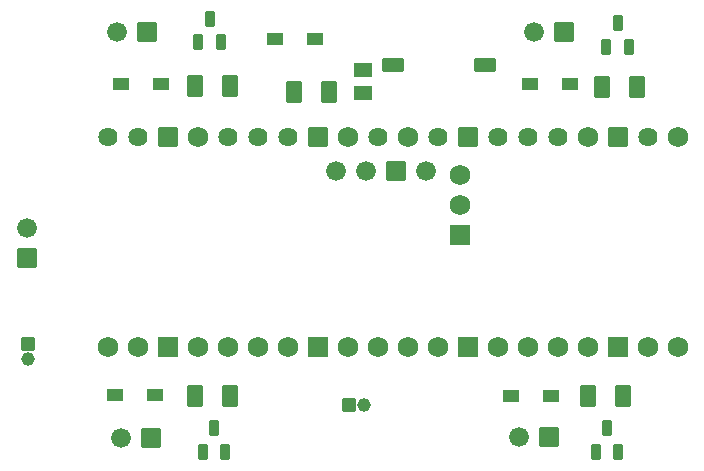
<source format=gts>
G04 Layer: TopSolderMaskLayer*
G04 EasyEDA v6.5.34, 2023-09-18 22:27:19*
G04 bc2ed7582af3402095bcfb090b7e3d1d,4f913e99b9844981aeab8c69eabd27f9,10*
G04 Gerber Generator version 0.2*
G04 Scale: 100 percent, Rotated: No, Reflected: No *
G04 Dimensions in millimeters *
G04 leading zeros omitted , absolute positions ,4 integer and 5 decimal *
%FSLAX45Y45*%
%MOMM*%

%AMMACRO1*1,1,$1,$2,$3*1,1,$1,$4,$5*1,1,$1,0-$2,0-$3*1,1,$1,0-$4,0-$5*20,1,$1,$2,$3,$4,$5,0*20,1,$1,$4,$5,0-$2,0-$3,0*20,1,$1,0-$2,0-$3,0-$4,0-$5,0*20,1,$1,0-$4,0-$5,$2,$3,0*4,1,4,$2,$3,$4,$5,0-$2,0-$3,0-$4,0-$5,$2,$3,0*%
%ADD10MACRO1,0.1016X-0.7874X0.7874X0.7874X0.7874*%
%ADD11C,1.6764*%
%ADD12MACRO1,0.1016X0.7874X-0.7874X-0.7874X-0.7874*%
%ADD13MACRO1,0.1016X0.6X-0.475X-0.6X-0.475*%
%ADD14MACRO1,0.1016X0.7874X0.7874X0.7874X-0.7874*%
%ADD15MACRO1,0.1016X0.875X0.5X0.875X-0.5*%
%ADD16MACRO1,0.1016X0.35X0.625X0.35X-0.625*%
%ADD17MACRO1,0.1016X0.6038X0.8505X0.6038X-0.8505*%
%ADD18MACRO1,0.1016X-0.6038X0.8505X-0.6038X-0.8505*%
%ADD19MACRO1,0.1016X-0.6038X-0.8505X-0.6038X0.8505*%
%ADD20MACRO1,0.1016X0.6038X-0.8505X0.6038X0.8505*%
%ADD21MACRO1,0.1016X0.6885X-0.5663X-0.6885X-0.5663*%
%ADD22MACRO1,0.1016X0.6885X0.5663X-0.6885X0.5663*%
%ADD23C,1.7272*%
%ADD24C,1.6256*%
%ADD25MACRO1,0.1016X-0.762X0.762X0.762X0.762*%
%ADD26MACRO1,0.2032X-0.762X0.762X0.762X0.762*%
%ADD27MACRO1,0.1016X-0.6X0.475X0.6X0.475*%
%ADD28C,1.1516*%
%ADD29MACRO1,0.1016X0.525X0.525X0.525X-0.525*%
%ADD30MACRO1,0.1016X-0.525X0.525X0.525X0.525*%

%LPD*%
D10*
G01*
X317500Y-2209800D03*
D11*
G01*
X317500Y-1955800D03*
G01*
X3695700Y-1473200D03*
D12*
G01*
X3441700Y-1473200D03*
D11*
G01*
X3187700Y-1473200D03*
G01*
X2933700Y-1473200D03*
D13*
G01*
X2420797Y-355600D03*
G01*
X2760802Y-355600D03*
D11*
G01*
X4483100Y-3721100D03*
D14*
G01*
X4737100Y-3721100D03*
D11*
G01*
X1117600Y-3733800D03*
D14*
G01*
X1371600Y-3733800D03*
D11*
G01*
X1079500Y-292100D03*
D14*
G01*
X1333500Y-292100D03*
D11*
G01*
X4610100Y-292100D03*
D14*
G01*
X4864100Y-292100D03*
D15*
G01*
X3422500Y-571500D03*
G01*
X4197499Y-571500D03*
D16*
G01*
X5137403Y-3846499D03*
G01*
X5327394Y-3846499D03*
G01*
X5232398Y-3646500D03*
G01*
X1810003Y-3846499D03*
G01*
X1999994Y-3846499D03*
G01*
X1904998Y-3646500D03*
G01*
X1771903Y-379399D03*
G01*
X1961894Y-379399D03*
G01*
X1866898Y-179400D03*
G01*
X5226303Y-417499D03*
G01*
X5416294Y-417499D03*
G01*
X5321298Y-217500D03*
D17*
G01*
X5071823Y-3378200D03*
D18*
G01*
X5367576Y-3378200D03*
D17*
G01*
X1744423Y-3378200D03*
D18*
G01*
X2040176Y-3378200D03*
D17*
G01*
X1744423Y-749300D03*
D18*
G01*
X2040176Y-749300D03*
D17*
G01*
X5186123Y-762000D03*
D18*
G01*
X5481876Y-762000D03*
D19*
G01*
X2878376Y-800100D03*
D20*
G01*
X2582623Y-800100D03*
D21*
G01*
X3162300Y-611195D03*
D22*
G01*
X3162300Y-811204D03*
D23*
G01*
X5829300Y-1181100D03*
D24*
G01*
X5575300Y-1181100D03*
D25*
G01*
X5321300Y-1181100D03*
D23*
G01*
X5067300Y-1181100D03*
D24*
G01*
X4813300Y-1181100D03*
G01*
X4559300Y-1181100D03*
G01*
X4305300Y-1181100D03*
D25*
G01*
X4051300Y-1181100D03*
D24*
G01*
X3797300Y-1181100D03*
D23*
G01*
X3543300Y-1181100D03*
D24*
G01*
X3289300Y-1181100D03*
D23*
G01*
X3035300Y-1181100D03*
D25*
G01*
X2781300Y-1181100D03*
D24*
G01*
X2527300Y-1181100D03*
G01*
X2273300Y-1181100D03*
G01*
X2019300Y-1181100D03*
D23*
G01*
X1765300Y-1181100D03*
D25*
G01*
X1511300Y-1181100D03*
D24*
G01*
X1257300Y-1181100D03*
G01*
X1003300Y-1181100D03*
D23*
G01*
X5829300Y-2959100D03*
G01*
X5575300Y-2959100D03*
D26*
G01*
X5321300Y-2959100D03*
D23*
G01*
X5067300Y-2959100D03*
G01*
X4813300Y-2959100D03*
G01*
X4559300Y-2959100D03*
G01*
X4305300Y-2959100D03*
D26*
G01*
X4051300Y-2959100D03*
D23*
G01*
X3797300Y-2959100D03*
G01*
X3543300Y-2959100D03*
G01*
X3289300Y-2959100D03*
G01*
X3035300Y-2959100D03*
D26*
G01*
X2781300Y-2959100D03*
D23*
G01*
X2527300Y-2959100D03*
G01*
X2273300Y-2959100D03*
G01*
X2019300Y-2959100D03*
G01*
X1765300Y-2959100D03*
D26*
G01*
X1511300Y-2959100D03*
D23*
G01*
X1257300Y-2959100D03*
G01*
X1003300Y-2959100D03*
G01*
X3986301Y-1757705D03*
G01*
X3986301Y-1503705D03*
D26*
G01*
X3986293Y-2011700D03*
D27*
G01*
X4754702Y-3378200D03*
G01*
X4414697Y-3378200D03*
G01*
X1401902Y-3365500D03*
G01*
X1061897Y-3365500D03*
G01*
X1452702Y-736600D03*
G01*
X1112697Y-736600D03*
G01*
X4919802Y-736600D03*
G01*
X4579797Y-736600D03*
D28*
G01*
X330200Y-3059709D03*
D29*
G01*
X330201Y-2934717D03*
D28*
G01*
X3173996Y-3454400D03*
D30*
G01*
X3049002Y-3454401D03*
M02*

</source>
